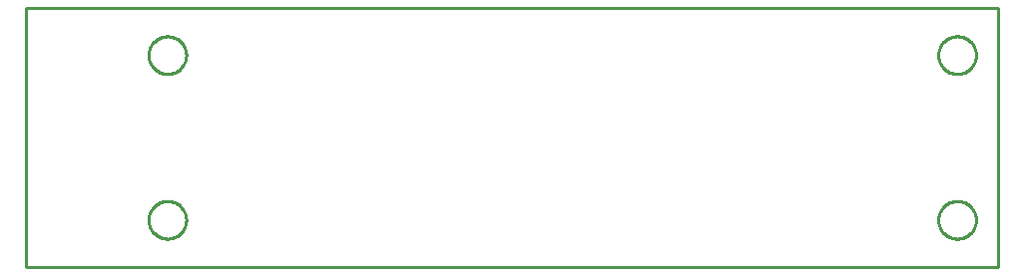
<source format=gbr>
G04 EAGLE Gerber RS-274X export*
G75*
%MOMM*%
%FSLAX34Y34*%
%LPD*%
%IN*%
%IPPOS*%
%AMOC8*
5,1,8,0,0,1.08239X$1,22.5*%
G01*
%ADD10C,0.254000*%


D10*
X-5000Y-110000D02*
X820000Y-110000D01*
X820000Y110000D01*
X-5000Y110000D01*
X-5000Y-110000D01*
X131000Y-70524D02*
X130932Y-71569D01*
X130795Y-72608D01*
X130590Y-73635D01*
X130319Y-74647D01*
X129983Y-75639D01*
X129582Y-76607D01*
X129118Y-77546D01*
X128595Y-78454D01*
X128013Y-79325D01*
X127375Y-80156D01*
X126684Y-80943D01*
X125943Y-81684D01*
X125156Y-82375D01*
X124325Y-83013D01*
X123454Y-83595D01*
X122546Y-84118D01*
X121607Y-84582D01*
X120639Y-84983D01*
X119647Y-85319D01*
X118635Y-85590D01*
X117608Y-85795D01*
X116569Y-85932D01*
X115524Y-86000D01*
X114476Y-86000D01*
X113431Y-85932D01*
X112392Y-85795D01*
X111365Y-85590D01*
X110353Y-85319D01*
X109361Y-84983D01*
X108393Y-84582D01*
X107454Y-84118D01*
X106546Y-83595D01*
X105675Y-83013D01*
X104844Y-82375D01*
X104057Y-81684D01*
X103316Y-80943D01*
X102625Y-80156D01*
X101988Y-79325D01*
X101406Y-78454D01*
X100882Y-77546D01*
X100418Y-76607D01*
X100017Y-75639D01*
X99681Y-74647D01*
X99410Y-73635D01*
X99205Y-72608D01*
X99069Y-71569D01*
X99000Y-70524D01*
X99000Y-69476D01*
X99069Y-68431D01*
X99205Y-67392D01*
X99410Y-66365D01*
X99681Y-65353D01*
X100017Y-64361D01*
X100418Y-63393D01*
X100882Y-62454D01*
X101406Y-61546D01*
X101988Y-60675D01*
X102625Y-59844D01*
X103316Y-59057D01*
X104057Y-58316D01*
X104844Y-57625D01*
X105675Y-56988D01*
X106546Y-56406D01*
X107454Y-55882D01*
X108393Y-55418D01*
X109361Y-55017D01*
X110353Y-54681D01*
X111365Y-54410D01*
X112392Y-54205D01*
X113431Y-54069D01*
X114476Y-54000D01*
X115524Y-54000D01*
X116569Y-54069D01*
X117608Y-54205D01*
X118635Y-54410D01*
X119647Y-54681D01*
X120639Y-55017D01*
X121607Y-55418D01*
X122546Y-55882D01*
X123454Y-56406D01*
X124325Y-56988D01*
X125156Y-57625D01*
X125943Y-58316D01*
X126684Y-59057D01*
X127375Y-59844D01*
X128013Y-60675D01*
X128595Y-61546D01*
X129118Y-62454D01*
X129582Y-63393D01*
X129983Y-64361D01*
X130319Y-65353D01*
X130590Y-66365D01*
X130795Y-67392D01*
X130932Y-68431D01*
X131000Y-69476D01*
X131000Y-70524D01*
X131000Y69476D02*
X130932Y68431D01*
X130795Y67392D01*
X130590Y66365D01*
X130319Y65353D01*
X129983Y64361D01*
X129582Y63393D01*
X129118Y62454D01*
X128595Y61546D01*
X128013Y60675D01*
X127375Y59844D01*
X126684Y59057D01*
X125943Y58316D01*
X125156Y57625D01*
X124325Y56988D01*
X123454Y56406D01*
X122546Y55882D01*
X121607Y55418D01*
X120639Y55017D01*
X119647Y54681D01*
X118635Y54410D01*
X117608Y54205D01*
X116569Y54069D01*
X115524Y54000D01*
X114476Y54000D01*
X113431Y54069D01*
X112392Y54205D01*
X111365Y54410D01*
X110353Y54681D01*
X109361Y55017D01*
X108393Y55418D01*
X107454Y55882D01*
X106546Y56406D01*
X105675Y56988D01*
X104844Y57625D01*
X104057Y58316D01*
X103316Y59057D01*
X102625Y59844D01*
X101988Y60675D01*
X101406Y61546D01*
X100882Y62454D01*
X100418Y63393D01*
X100017Y64361D01*
X99681Y65353D01*
X99410Y66365D01*
X99205Y67392D01*
X99069Y68431D01*
X99000Y69476D01*
X99000Y70524D01*
X99069Y71569D01*
X99205Y72608D01*
X99410Y73635D01*
X99681Y74647D01*
X100017Y75639D01*
X100418Y76607D01*
X100882Y77546D01*
X101406Y78454D01*
X101988Y79325D01*
X102625Y80156D01*
X103316Y80943D01*
X104057Y81684D01*
X104844Y82375D01*
X105675Y83013D01*
X106546Y83595D01*
X107454Y84118D01*
X108393Y84582D01*
X109361Y84983D01*
X110353Y85319D01*
X111365Y85590D01*
X112392Y85795D01*
X113431Y85932D01*
X114476Y86000D01*
X115524Y86000D01*
X116569Y85932D01*
X117608Y85795D01*
X118635Y85590D01*
X119647Y85319D01*
X120639Y84983D01*
X121607Y84582D01*
X122546Y84118D01*
X123454Y83595D01*
X124325Y83013D01*
X125156Y82375D01*
X125943Y81684D01*
X126684Y80943D01*
X127375Y80156D01*
X128013Y79325D01*
X128595Y78454D01*
X129118Y77546D01*
X129582Y76607D01*
X129983Y75639D01*
X130319Y74647D01*
X130590Y73635D01*
X130795Y72608D01*
X130932Y71569D01*
X131000Y70524D01*
X131000Y69476D01*
X801000Y69476D02*
X800932Y68431D01*
X800795Y67392D01*
X800590Y66365D01*
X800319Y65353D01*
X799983Y64361D01*
X799582Y63393D01*
X799118Y62454D01*
X798595Y61546D01*
X798013Y60675D01*
X797375Y59844D01*
X796684Y59057D01*
X795943Y58316D01*
X795156Y57625D01*
X794325Y56988D01*
X793454Y56406D01*
X792546Y55882D01*
X791607Y55418D01*
X790639Y55017D01*
X789647Y54681D01*
X788635Y54410D01*
X787608Y54205D01*
X786569Y54069D01*
X785524Y54000D01*
X784476Y54000D01*
X783431Y54069D01*
X782392Y54205D01*
X781365Y54410D01*
X780353Y54681D01*
X779361Y55017D01*
X778393Y55418D01*
X777454Y55882D01*
X776546Y56406D01*
X775675Y56988D01*
X774844Y57625D01*
X774057Y58316D01*
X773316Y59057D01*
X772625Y59844D01*
X771988Y60675D01*
X771406Y61546D01*
X770882Y62454D01*
X770418Y63393D01*
X770017Y64361D01*
X769681Y65353D01*
X769410Y66365D01*
X769205Y67392D01*
X769069Y68431D01*
X769000Y69476D01*
X769000Y70524D01*
X769069Y71569D01*
X769205Y72608D01*
X769410Y73635D01*
X769681Y74647D01*
X770017Y75639D01*
X770418Y76607D01*
X770882Y77546D01*
X771406Y78454D01*
X771988Y79325D01*
X772625Y80156D01*
X773316Y80943D01*
X774057Y81684D01*
X774844Y82375D01*
X775675Y83013D01*
X776546Y83595D01*
X777454Y84118D01*
X778393Y84582D01*
X779361Y84983D01*
X780353Y85319D01*
X781365Y85590D01*
X782392Y85795D01*
X783431Y85932D01*
X784476Y86000D01*
X785524Y86000D01*
X786569Y85932D01*
X787608Y85795D01*
X788635Y85590D01*
X789647Y85319D01*
X790639Y84983D01*
X791607Y84582D01*
X792546Y84118D01*
X793454Y83595D01*
X794325Y83013D01*
X795156Y82375D01*
X795943Y81684D01*
X796684Y80943D01*
X797375Y80156D01*
X798013Y79325D01*
X798595Y78454D01*
X799118Y77546D01*
X799582Y76607D01*
X799983Y75639D01*
X800319Y74647D01*
X800590Y73635D01*
X800795Y72608D01*
X800932Y71569D01*
X801000Y70524D01*
X801000Y69476D01*
X801000Y-70524D02*
X800932Y-71569D01*
X800795Y-72608D01*
X800590Y-73635D01*
X800319Y-74647D01*
X799983Y-75639D01*
X799582Y-76607D01*
X799118Y-77546D01*
X798595Y-78454D01*
X798013Y-79325D01*
X797375Y-80156D01*
X796684Y-80943D01*
X795943Y-81684D01*
X795156Y-82375D01*
X794325Y-83013D01*
X793454Y-83595D01*
X792546Y-84118D01*
X791607Y-84582D01*
X790639Y-84983D01*
X789647Y-85319D01*
X788635Y-85590D01*
X787608Y-85795D01*
X786569Y-85932D01*
X785524Y-86000D01*
X784476Y-86000D01*
X783431Y-85932D01*
X782392Y-85795D01*
X781365Y-85590D01*
X780353Y-85319D01*
X779361Y-84983D01*
X778393Y-84582D01*
X777454Y-84118D01*
X776546Y-83595D01*
X775675Y-83013D01*
X774844Y-82375D01*
X774057Y-81684D01*
X773316Y-80943D01*
X772625Y-80156D01*
X771988Y-79325D01*
X771406Y-78454D01*
X770882Y-77546D01*
X770418Y-76607D01*
X770017Y-75639D01*
X769681Y-74647D01*
X769410Y-73635D01*
X769205Y-72608D01*
X769069Y-71569D01*
X769000Y-70524D01*
X769000Y-69476D01*
X769069Y-68431D01*
X769205Y-67392D01*
X769410Y-66365D01*
X769681Y-65353D01*
X770017Y-64361D01*
X770418Y-63393D01*
X770882Y-62454D01*
X771406Y-61546D01*
X771988Y-60675D01*
X772625Y-59844D01*
X773316Y-59057D01*
X774057Y-58316D01*
X774844Y-57625D01*
X775675Y-56988D01*
X776546Y-56406D01*
X777454Y-55882D01*
X778393Y-55418D01*
X779361Y-55017D01*
X780353Y-54681D01*
X781365Y-54410D01*
X782392Y-54205D01*
X783431Y-54069D01*
X784476Y-54000D01*
X785524Y-54000D01*
X786569Y-54069D01*
X787608Y-54205D01*
X788635Y-54410D01*
X789647Y-54681D01*
X790639Y-55017D01*
X791607Y-55418D01*
X792546Y-55882D01*
X793454Y-56406D01*
X794325Y-56988D01*
X795156Y-57625D01*
X795943Y-58316D01*
X796684Y-59057D01*
X797375Y-59844D01*
X798013Y-60675D01*
X798595Y-61546D01*
X799118Y-62454D01*
X799582Y-63393D01*
X799983Y-64361D01*
X800319Y-65353D01*
X800590Y-66365D01*
X800795Y-67392D01*
X800932Y-68431D01*
X801000Y-69476D01*
X801000Y-70524D01*
M02*

</source>
